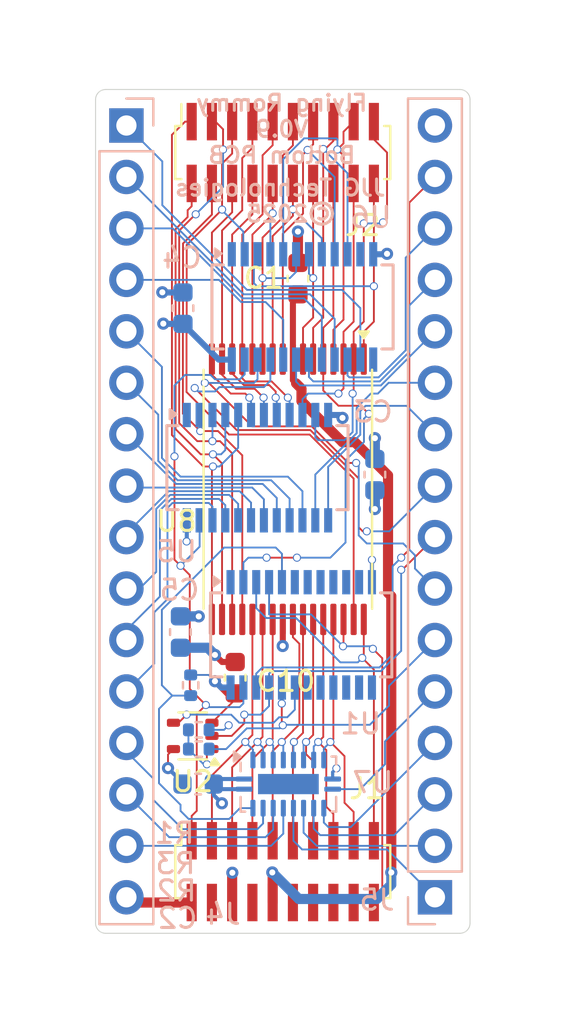
<source format=kicad_pcb>
(kicad_pcb (version 20240108) (generator "pcbnew") (generator_version "8.0")
  (layers (0 "F.Cu" signal) (1 "In1.Cu" signal) (2 "In2.Cu" signal) (31 "B.Cu" signal) (34 "B.Paste" user) (35 "F.Paste" user) (36 "B.SilkS" user "B.Silkscreen") (37 "F.SilkS" user "F.Silkscreen") (38 "B.Mask" user) (39 "F.Mask" user) (44 "Edge.Cuts" user))
  (net 0 "")
  (net 5 "/A2")
  (net 6 "/A0")
  (net 7 "/A5")
  (net 8 "/A9")
  (net 9 "/A11")
  (net 10 "/A8")
  (net 11 "/A7")
  (net 12 "/A3")
  (net 13 "/A13")
  (net 14 "/A4")
  (net 15 "/A6")
  (net 16 "/A10")
  (net 17 "/A1")
  (net 18 "/A12")
  (net 19 "/A18")
  (net 20 "/A14")
  (net 21 "/A16")
  (net 22 "/A15")
  (net 23 "/A17")
  (net 24 "/D5")
  (net 25 "/D7")
  (net 26 "/D3")
  (net 27 "/D1")
  (net 28 "/D0")
  (net 29 "/D6")
  (net 30 "/D4")
  (net 31 "/D2")
  (net 32 "/~{CE}")
  (net 33 "/~{FL_WE}")
  (net 34 "/~{OE}")
  (net 48 "/3v3-A10")
  (net 49 "/3v3-A5")
  (net 50 "/3v3-A3")
  (net 51 "/3v3-A14")
  (net 52 "/3v3-A8")
  (net 53 "/3v3-A18")
  (net 54 "/3v3-A12")
  (net 55 "/3v3-A16")
  (net 56 "/3v3-A17")
  (net 57 "/3v3-A0")
  (net 58 "/3v3-A4")
  (net 59 "/3v3-A11")
  (net 60 "/3v3-A15")
  (net 61 "/3v3-A7")
  (net 62 "/3v3-A9")
  (net 63 "/3v3-A6")
  (net 64 "/3v3-A13")
  (net 65 "/3v3-A1")
  (net 66 "/3v3-A2")
  (net 67 "/~{3v3-BusConnect}")
  (net 68 "/~{3v3-OE}")
  (net 69 "/3v3-D7")
  (net 70 "/3v3-D3")
  (net 71 "/3v3-D4")
  (net 72 "/3v3-D0")
  (net 73 "/~{3v3-FL_WE}")
  (net 74 "/3v3-D6")
  (net 75 "/3v3-D2")
  (net 76 "/~{3v3-CE}")
  (net 77 "/3v3-D1")
  (net 78 "/3v3-D5")
  (net 80 "/3v3")
  (net 81 "/5v")
  (net 82 "/GND")
  (net 88 "unconnected-(J1-Pin_4-Pad4)")
  (net 89 "Net-(R2-Pad1)")
  (net 90 "Net-(U1-A4)")
  (net 91 "Net-(U1-B4)")
  (footprint "JJGTechnologies_Footprint_Library:PinSocket_2x10_P1.00mm_Vertical_SMD" (layer "F.Cu") (at 152.25 120.4 90)
    (property "Reference" "J1")
    (property "Value" "Conn_01x20_Socket")
  )
  (footprint "JJGTechnologies_Footprint_Library:PinSocket_2x10_P1.00mm_Vertical_SMD" (layer "F.Cu") (at 152.25 84.9 90)
    (property "Reference" "J2")
    (property "Value" "Conn_01x20_Socket")
  )
  (footprint "Package_TO_SOT_SMD:SOT-353_SC-70-5" (layer "F.Cu") (at 147.8 113.7 180)
    (property "Reference" "U2")
    (property "Value" "74AHC1G32")
  )
  (footprint "Capacitor_SMD:C_0603_1608Metric" (layer "F.Cu") (at 153 91.125 90)
    (property "Reference" "C1")
    (property "Value" "100n")
  )
  (footprint "Capacitor_SMD:C_0603_1608Metric" (layer "F.Cu") (at 149.9 110.825 -90)
    (property "Reference" "C10")
    (property "Value" "100n")
  )
  (footprint "Package_SO:TSOP-I-32_11.8x8mm_P0.5mm" (layer "F.Cu") (at 152.5004 101.5226 -90)
    (property "Reference" "U8")
    (property "Value" "IS62WV5128EBLL-45HLI")
  )
  (footprint "Resistor_SMD:R_0402_1005Metric" (layer "B.Cu") (at 148.1 113.4)
    (property "Reference" "R3")
    (property "Value" "DNP")
  )
  (footprint "Package_SO:SSOP-24_3.9x8.7mm_P0.635mm" (layer "B.Cu") (at 153.2255 92.523 -90)
    (property "Reference" "U6")
    (property "Value" "74CBTD3861")
  )
  (footprint "Resistor_SMD:R_0402_1005Metric" (layer "B.Cu") (at 148.1 114.35)
    (property "Reference" "R2")
    (property "Value" "0ohm")
  )
  (footprint "Capacitor_SMD:C_0603_1608Metric" (layer "B.Cu") (at 148.069 116.078 180)
    (property "Reference" "C2")
    (property "Value" "100n")
  )
  (footprint "Package_SO:SSOP-24_3.9x8.7mm_P0.635mm" (layer "B.Cu") (at 151 100.457 -90)
    (property "Reference" "U5")
    (property "Value" "74CBTD3861")
  )
  (footprint "Connector_PinHeader_2.54mm:PinHeader_1x16_P2.54mm_Vertical" (layer "B.Cu") (at 159.766 121.666)
    (property "Reference" "J5")
    (property "Value" "Conn_01x16_Pin")
  )
  (footprint "Package_DFN_QFN:DHVQFN-20-1EP_2.5x4.5mm_P0.5mm_EP1x3mm" (layer "B.Cu") (at 152.527 116.078 -90)
    (property "Reference" "U7")
    (property "Value" "74VHCT245")
  )
  (footprint "Package_SO:SSOP-24_3.9x8.7mm_P0.635mm" (layer "B.Cu") (at 153.162 108.712 -90)
    (property "Reference" "U1")
    (property "Value" "74CBTD3861")
  )
  (footprint "Capacitor_SMD:C_0603_1608Metric" (layer "B.Cu") (at 147.193 108.572 -90)
    (property "Reference" "C5")
    (property "Value" "100n")
  )
  (footprint "Capacitor_SMD:C_0603_1608Metric" (layer "B.Cu") (at 156.8 100.8 90)
    (property "Reference" "C3")
    (property "Value" "100n")
  )
  (footprint "Resistor_SMD:R_0402_1005Metric" (layer "B.Cu") (at 147.7 111.2 90)
    (property "Reference" "R1")
    (property "Value" "10k")
  )
  (footprint "Capacitor_SMD:C_0603_1608Metric" (layer "B.Cu") (at 147.32 92.583 90)
    (property "Reference" "C4")
    (property "Value" "100n")
  )
  (footprint "Connector_PinHeader_2.54mm:PinHeader_1x16_P2.54mm_Vertical" (layer "B.Cu") (at 144.526 83.566 180)
    (property "Reference" "J4")
    (property "Value" "Conn_01x16_Pin")
  )
  (gr_line (start 161 123.444) (end 143.502 123.444) (stroke (width 0.05)) (layer "Edge.Cuts"))
  (gr_arc (start 161 81.788) (mid 161.353553 81.934447) (end 161.5 82.288) (stroke (width 0.05)) (layer "Edge.Cuts"))
  (gr_arc (start 143.002 82.288) (mid 143.148447 81.934447) (end 143.502 81.788) (stroke (width 0.05)) (layer "Edge.Cuts"))
  (gr_line (start 161.5 82.288) (end 161.5 122.944) (stroke (width 0.05)) (layer "Edge.Cuts"))
  (gr_arc (start 143.502 123.444) (mid 143.148447 123.297553) (end 143.002 122.944) (stroke (width 0.05)) (layer "Edge.Cuts"))
  (gr_arc (start 161.5 122.944) (mid 161.353553 123.297553) (end 161 123.444) (stroke (width 0.05)) (layer "Edge.Cuts"))
  (gr_line (start 143.502 81.788) (end 161 81.788) (stroke (width 0.05)) (layer "Edge.Cuts"))
  (gr_line (start 143.002 122.944) (end 143.002 82.288) (stroke (width 0.05)) (layer "Edge.Cuts"))
  (gr_text "Flying Rommy\nV0.9\nBottom PCB" (at 152.2 85.5 0) (layer "B.SilkS") (effects (font (size 0.8 0.8) (thickness 0.15) (bold yes)) (justify bottom mirror)))
  (gr_text "JJG Technologies \n    ©2025" (at 157.4 88.4 0) (layer "B.SilkS") (effects (font (size 0.8 0.8)) (justify left bottom mirror)))
  (segment (start 150.0475 102.2475) (end 149.6 101.8) (width 0.09) (layer "B.Cu") (net 5))
  (segment (start 149.6 101.8) (end 146.690884 101.8) (width 0.09) (layer "B.Cu") (net 5))
  (segment (start 146.690884 101.8) (end 146 102.490884) (width 0.09) (layer "B.Cu") (net 5))
  (segment (start 146 102.490884) (end 146 105.6) (width 0.09) (layer "B.Cu") (net 5))
  (segment (start 150.0475 103.057) (end 150.0475 102.2475) (width 0.09) (layer "B.Cu") (net 5))
  (segment (start 146 105.6) (end 145.174 106.426) (width 0.09) (layer "B.Cu") (net 5))
  (segment (start 145.174 106.426) (end 144.526 106.426) (width 0.09) (layer "B.Cu") (net 5))
  (segment (start 145.9 110.132) (end 144.526 111.506) (width 0.09) (layer "B.Cu") (net 6))
  (segment (start 146.554558 102.445442) (end 146.554558 106.945442) (width 0.09) (layer "B.Cu") (net 6))
  (segment (start 148.7775 102.3775) (end 148.6 102.2) (width 0.09) (layer "B.Cu") (net 6))
  (segment (start 148.7775 103.057) (end 148.7775 102.3775) (width 0.09) (layer "B.Cu") (net 6))
  (segment (start 146.554558 106.945442) (end 145.9 107.6) (width 0.09) (layer "B.Cu") (net 6))
  (segment (start 146.8 102.2) (end 146.554558 102.445442) (width 0.09) (layer "B.Cu") (net 6))
  (segment (start 145.9 107.6) (end 145.9 110.132) (width 0.09) (layer "B.Cu") (net 6))
  (segment (start 148.6 102.2) (end 146.8 102.2) (width 0.09) (layer "B.Cu") (net 6))
  (segment (start 151.26 101.26) (end 146.98 101.26) (width 0.09) (layer "B.Cu") (net 7))
  (segment (start 146.98 101.26) (end 144.526 98.806) (width 0.09) (layer "B.Cu") (net 7))
  (segment (start 151.9525 101.9525) (end 151.26 101.26) (width 0.09) (layer "B.Cu") (net 7))
  (segment (start 151.9525 103.057) (end 151.9525 101.9525) (width 0.09) (layer "B.Cu") (net 7))
  (segment (start 158.365 97.405) (end 159.766 98.806) (width 0.09) (layer "B.Cu") (net 8))
  (segment (start 156.336385 97.405) (end 158.365 97.405) (width 0.09) (layer "B.Cu") (net 8))
  (segment (start 154.4925 100.416616) (end 156.08 98.829116) (width 0.09) (layer "B.Cu") (net 8))
  (segment (start 156.08 98.829116) (end 156.08 97.661385) (width 0.09) (layer "B.Cu") (net 8))
  (segment (start 154.4925 103.057) (end 154.4925 100.416616) (width 0.09) (layer "B.Cu") (net 8))
  (segment (start 156.08 97.661385) (end 156.336385 97.405) (width 0.09) (layer "B.Cu") (net 8))
  (segment (start 156.2 103.6) (end 156.4 103.6) (width 0.09) (layer "F.Cu") (net 9))
  (segment (start 153.609116 98.6) (end 156 100.990884) (width 0.09) (layer "F.Cu") (net 9))
  (segment (start 147.9 96.525) (end 149.975 98.6) (width 0.09) (layer "F.Cu") (net 9))
  (segment (start 156 103.4) (end 156.2 103.6) (width 0.09) (layer "F.Cu") (net 9))
  (segment (start 156 100.990884) (end 156 103.4) (width 0.09) (layer "F.Cu") (net 9))
  (segment (start 149.975 98.6) (end 153.609116 98.6) (width 0.09) (layer "F.Cu") (net 9))
  (via (at 156.4 103.6) (size 0.4) (drill 0.3) (layers "F.Cu" "B.Cu") (net 9))
  (via (at 147.9 96.525) (size 0.4) (drill 0.3) (layers "F.Cu" "B.Cu") (net 9))
  (segment (start 148.07 96.695) (end 148.905 96.695) (width 0.09) (layer "B.Cu") (net 9))
  (segment (start 157.512 103.6) (end 159.766 101.346) (width 0.09) (layer "B.Cu") (net 9))
  (segment (start 148.905 96.695) (end 149.12 96.48) (width 0.09) (layer "B.Cu") (net 9))
  (segment (start 156.4 103.6) (end 157.512 103.6) (width 0.09) (layer "B.Cu") (net 9))
  (segment (start 147.9 96.525) (end 148.07 96.695) (width 0.09) (layer "B.Cu") (net 9))
  (segment (start 151.32 96.48) (end 151.638 96.162) (width 0.09) (layer "B.Cu") (net 9))
  (segment (start 151.638 96.162) (end 151.638 95.123) (width 0.09) (layer "B.Cu") (net 9))
  (segment (start 149.12 96.48) (end 151.32 96.48) (width 0.09) (layer "B.Cu") (net 9))
  (segment (start 153.8575 100.797058) (end 155.9 98.754558) (width 0.09) (layer "B.Cu") (net 10))
  (segment (start 155.9 97.5) (end 156.6 96.8) (width 0.09) (layer "B.Cu") (net 10))
  (segment (start 157.480558 96.266) (end 159.766 96.266) (width 0.09) (layer "B.Cu") (net 10))
  (segment (start 153.8575 103.057) (end 153.8575 100.797058) (width 0.09) (layer "B.Cu") (net 10))
  (segment (start 156.6 96.8) (end 156.946558 96.8) (width 0.09) (layer "B.Cu") (net 10))
  (segment (start 155.9 98.754558) (end 155.9 97.5) (width 0.09) (layer "B.Cu") (net 10))
  (segment (start 156.946558 96.8) (end 157.480558 96.266) (width 0.09) (layer "B.Cu") (net 10))
  (segment (start 146.28 99.98) (end 146.28 95.48) (width 0.09) (layer "B.Cu") (net 11))
  (segment (start 147.2 100.9) (end 146.28 99.98) (width 0.09) (layer "B.Cu") (net 11))
  (segment (start 153.2225 103.057) (end 153.2225 101.6225) (width 0.09) (layer "B.Cu") (net 11))
  (segment (start 152.5 100.9) (end 147.2 100.9) (width 0.09) (layer "B.Cu") (net 11))
  (segment (start 153.2225 101.6225) (end 152.5 100.9) (width 0.09) (layer "B.Cu") (net 11))
  (segment (start 146.28 95.48) (end 144.526 93.726) (width 0.09) (layer "B.Cu") (net 11))
  (segment (start 150.6825 102.1825) (end 150.120001 101.620001) (width 0.09) (layer "B.Cu") (net 12))
  (segment (start 149.674559 101.620001) (end 149.674558 101.62) (width 0.09) (layer "B.Cu") (net 12))
  (segment (start 144.526 103.886) (end 144.526 103.419442) (width 0.09) (layer "B.Cu") (net 12))
  (segment (start 150.6825 103.057) (end 150.6825 102.1825) (width 0.09) (layer "B.Cu") (net 12))
  (segment (start 144.526 103.710326) (end 144.526 103.886) (width 0.09) (layer "B.Cu") (net 12))
  (segment (start 149.674558 101.62) (end 147.679999 101.620001) (width 0.09) (layer "B.Cu") (net 12))
  (segment (start 147.679999 101.620001) (end 146.616325 101.620001) (width 0.09) (layer "B.Cu") (net 12))
  (segment (start 150.7 103.0395) (end 150.6825 103.057) (width 0.09) (layer "B.Cu") (net 12))
  (segment (start 146.616325 101.620001) (end 144.526 103.710326) (width 0.09) (layer "B.Cu") (net 12))
  (segment (start 150.120001 101.620001) (end 149.674559 101.620001) (width 0.09) (layer "B.Cu") (net 12))
  (segment (start 157.092 96.4) (end 153.1 96.4) (width 0.09) (layer "B.Cu") (net 13))
  (segment (start 152.908 96.208) (end 152.908 95.123) (width 0.09) (layer "B.Cu") (net 13))
  (segment (start 153.1 96.4) (end 152.908 96.208) (width 0.09) (layer "B.Cu") (net 13))
  (segment (start 159.766 93.726) (end 157.092 96.4) (width 0.09) (layer "B.Cu") (net 13))
  (segment (start 144.526 101.346) (end 144.832 101.04) (width 0.09) (layer "B.Cu") (net 14))
  (segment (start 151.3175 102.0175) (end 150.74 101.44) (width 0.09) (layer "B.Cu") (net 14))
  (segment (start 149.749116 101.44) (end 147.959999 101.440001) (width 0.09) (layer "B.Cu") (net 14))
  (segment (start 150.74 101.44) (end 149.749116 101.44) (width 0.09) (layer "B.Cu") (net 14))
  (segment (start 144.620001 101.440001) (end 144.526 101.346) (width 0.09) (layer "B.Cu") (net 14))
  (segment (start 147.959999 101.440001) (end 144.620001 101.440001) (width 0.09) (layer "B.Cu") (net 14))
  (segment (start 151.3175 103.057) (end 151.3175 102.0175) (width 0.09) (layer "B.Cu") (net 14))
  (segment (start 147.054558 101.08) (end 146.1 100.125442) (width 0.09) (layer "B.Cu") (net 15))
  (segment (start 146.1 97.84) (end 144.526 96.266) (width 0.09) (layer "B.Cu") (net 15))
  (segment (start 152.5875 101.9875) (end 151.680001 101.080001) (width 0.09) (layer "B.Cu") (net 15))
  (segment (start 151.680001 101.080001) (end 151.334558 101.08) (width 0.09) (layer "B.Cu") (net 15))
  (segment (start 152.5875 103.057) (end 152.5875 101.9875) (width 0.09) (layer "B.Cu") (net 15))
  (segment (start 151.334558 101.08) (end 147.054558 101.08) (width 0.09) (layer "B.Cu") (net 15))
  (segment (start 146.1 100.125442) (end 146.1 97.84) (width 0.09) (layer "B.Cu") (net 15))
  (segment (start 148.59826 96.275) (end 148.4 96.275) (width 0.09) (layer "F.Cu") (net 16))
  (segment (start 153.683674 98.42) (end 150.74326 98.42) (width 0.09) (layer "F.Cu") (net 16))
  (segment (start 155.488674 100.225) (end 153.683674 98.42) (width 0.09) (layer "F.Cu") (net 16))
  (segment (start 155.875 100.225) (end 155.488674 100.225) (width 0.09) (layer "F.Cu") (net 16))
  (segment (start 150.74326 98.42) (end 148.59826 96.275) (width 0.09) (layer "F.Cu") (net 16))
  (via (at 148.4 96.275) (size 0.4) (drill 0.3) (layers "F.Cu" "B.Cu") (net 16))
  (via (at 155.875 100.225) (size 0.4) (drill 0.3) (layers "F.Cu" "B.Cu") (net 16))
  (segment (start 158.781 104.781) (end 158.781 105.441) (width 0.09) (layer "B.Cu") (net 16))
  (segment (start 150.825 96.275) (end 151.003 96.097) (width 0.09) (layer "B.Cu") (net 16))
  (segment (start 158.2 104.2) (end 158.781 104.781) (width 0.09) (layer "B.Cu") (net 16))
  (segment (start 155.875 100.225) (end 156 100.35) (width 0.09) (layer "B.Cu") (net 16))
  (segment (start 156 100.35) (end 156 103.8) (width 0.09) (layer "B.Cu") (net 16))
  (segment (start 158.781 105.441) (end 159.766 106.426) (width 0.09) (layer "B.Cu") (net 16))
  (segment (start 156 103.8) (end 156.4 104.2) (width 0.09) (layer "B.Cu") (net 16))
  (segment (start 148.4 96.275) (end 150.825 96.275) (width 0.09) (layer "B.Cu") (net 16))
  (segment (start 156.4 104.2) (end 158.2 104.2) (width 0.09) (layer "B.Cu") (net 16))
  (segment (start 151.003 96.097) (end 151.003 95.123) (width 0.09) (layer "B.Cu") (net 16))
  (segment (start 144.526 108.474) (end 144.526 108.966) (width 0.09) (layer "B.Cu") (net 17))
  (segment (start 146.745442 102) (end 146.18 102.565442) (width 0.09) (layer "B.Cu") (net 17))
  (segment (start 149.1 102) (end 146.745442 102) (width 0.09) (layer "B.Cu") (net 17))
  (segment (start 149.4125 102.3125) (end 149.1 102) (width 0.09) (layer "B.Cu") (net 17))
  (segment (start 149.4125 103.057) (end 149.4125 102.3125) (width 0.09) (layer "B.Cu") (net 17))
  (segment (start 146.18 106.82) (end 144.526 108.474) (width 0.09) (layer "B.Cu") (net 17))
  (segment (start 146.18 102.565442) (end 146.18 106.82) (width 0.09) (layer "B.Cu") (net 17))
  (segment (start 144.526 108.374) (end 144.526 108.966) (width 0.09) (layer "B.Cu") (net 17))
  (segment (start 151.4 92.28) (end 152.273 93.153) (width 0.09) (layer "B.Cu") (net 18))
  (segment (start 144.526 91.186) (end 149.096884 91.186) (width 0.09) (layer "B.Cu") (net 18))
  (segment (start 152.273 93.153) (end 152.273 95.123) (width 0.09) (layer "B.Cu") (net 18))
  (segment (start 149.096884 91.186) (end 150.190884 92.28) (width 0.09) (layer "B.Cu") (net 18))
  (segment (start 150.190884 92.28) (end 151.4 92.28) (width 0.09) (layer "B.Cu") (net 18))
  (segment (start 155.18 91.68) (end 150.48 91.68) (width 0.09) (layer "B.Cu") (net 19))
  (segment (start 156.083 92.583) (end 155.18 91.68) (width 0.09) (layer "B.Cu") (net 19))
  (segment (start 146.3 87.5) (end 146.3 85.34) (width 0.09) (layer "B.Cu") (net 19))
  (segment (start 146.3 85.34) (end 144.526 83.566) (width 0.09) (layer "B.Cu") (net 19))
  (segment (start 150.48 91.68) (end 146.3 87.5) (width 0.09) (layer "B.Cu") (net 19))
  (segment (start 156.083 95.123) (end 156.083 92.583) (width 0.09) (layer "B.Cu") (net 19))
  (segment (start 158.5 92.452) (end 158.5 94.737442) (width 0.09) (layer "B.Cu") (net 20))
  (segment (start 153.76 96.2) (end 153.543 95.983) (width 0.09) (layer "B.Cu") (net 20))
  (segment (start 157.037442 96.2) (end 153.76 96.2) (width 0.09) (layer "B.Cu") (net 20))
  (segment (start 159.766 91.186) (end 158.5 92.452) (width 0.09) (layer "B.Cu") (net 20))
  (segment (start 153.543 95.983) (end 153.543 95.123) (width 0.09) (layer "B.Cu") (net 20))
  (segment (start 158.5 94.737442) (end 157.037442 96.2) (width 0.09) (layer "B.Cu") (net 20))
  (segment (start 150.32 91.9) (end 153.6 91.9) (width 0.09) (layer "B.Cu") (net 21))
  (segment (start 144.526 86.106) (end 150.32 91.9) (width 0.09) (layer "B.Cu") (net 21))
  (segment (start 153.6 91.9) (end 154.813 93.113) (width 0.09) (layer "B.Cu") (net 21))
  (segment (start 154.813 93.113) (end 154.813 95.123) (width 0.09) (layer "B.Cu") (net 21))
  (segment (start 150.265442 92.1) (end 153.3 92.1) (width 0.09) (layer "B.Cu") (net 22))
  (segment (start 144.526 88.646) (end 146.811442 88.646) (width 0.09) (layer "B.Cu") (net 22))
  (segment (start 146.811442 88.646) (end 150.265442 92.1) (width 0.09) (layer "B.Cu") (net 22))
  (segment (start 153.3 92.1) (end 154.178 92.978) (width 0.09) (layer "B.Cu") (net 22))
  (segment (start 154.178 92.978) (end 154.178 95.123) (width 0.09) (layer "B.Cu") (net 22))
  (segment (start 156.982884 96) (end 155.54 96) (width 0.09) (layer "B.Cu") (net 23))
  (segment (start 155.54 96) (end 155.448 95.908) (width 0.09) (layer "B.Cu") (net 23))
  (segment (start 155.448 95.908) (end 155.448 95.123) (width 0.09) (layer "B.Cu") (net 23))
  (segment (start 158.32 94.662884) (end 156.982884 96) (width 0.09) (layer "B.Cu") (net 23))
  (segment (start 158.32 90.092) (end 158.32 94.662884) (width 0.09) (layer "B.Cu") (net 23))
  (segment (start 159.766 88.646) (end 158.32 90.092) (width 0.09) (layer "B.Cu") (net 23))
  (segment (start 153.777 118.277) (end 153.777 117.2655) (width 0.09) (layer "B.Cu") (net 24))
  (segment (start 154.1 118.6) (end 153.777 118.277) (width 0.09) (layer "B.Cu") (net 24))
  (segment (start 157.752 118.6) (end 154.1 118.6) (width 0.09) (layer "B.Cu") (net 24))
  (segment (start 159.766 116.586) (end 157.752 118.6) (width 0.09) (layer "B.Cu") (net 24))
  (segment (start 157.3 113.972) (end 157.3 115.1) (width 0.09) (layer "B.Cu") (net 25))
  (segment (start 159.766 111.506) (end 157.3 113.972) (width 0.09) (layer "B.Cu") (net 25))
  (segment (start 156.072 116.328) (end 154.7145 116.328) (width 0.09) (layer "B.Cu") (net 25))
  (segment (start 157.3 115.1) (end 156.072 116.328) (width 0.09) (layer "B.Cu") (net 25))
  (segment (start 152.777 118.877) (end 152.777 117.2655) (width 0.09) (layer "B.Cu") (net 26))
  (segment (start 153.206 119.306) (end 152.777 118.877) (width 0.09) (layer "B.Cu") (net 26))
  (segment (start 157.406 119.306) (end 153.206 119.306) (width 0.09) (layer "B.Cu") (net 26))
  (segment (start 159.766 121.666) (end 157.406 119.306) (width 0.09) (layer "B.Cu") (net 26))
  (segment (start 146.64 118.7) (end 151.4 118.7) (width 0.09) (layer "B.Cu") (net 27))
  (segment (start 151.777 118.323) (end 151.777 117.2655) (width 0.09) (layer "B.Cu") (net 27))
  (segment (start 144.526 116.586) (end 146.64 118.7) (width 0.09) (layer "B.Cu") (net 27))
  (segment (start 151.4 118.7) (end 151.777 118.323) (width 0.09) (layer "B.Cu") (net 27))
  (segment (start 147.3 118.3) (end 151 118.3) (width 0.09) (layer "B.Cu") (net 28))
  (segment (start 144.526 114.046) (end 144.526 114.476) (width 0.09) (layer "B.Cu") (net 28))
  (segment (start 151.277 118.023) (end 151.277 117.2655) (width 0.09) (layer "B.Cu") (net 28))
  (segment (start 145.85 115.8) (end 145.85 116.85) (width 0.09) (layer "B.Cu") (net 28))
  (segment (start 145.85 116.85) (end 147.3 118.3) (width 0.09) (layer "B.Cu") (net 28))
  (segment (start 151 118.3) (end 151.277 118.023) (width 0.09) (layer "B.Cu") (net 28))
  (segment (start 144.526 114.476) (end 145.85 115.8) (width 0.09) (layer "B.Cu") (net 28))
  (segment (start 155.612 118.2) (end 154.5 118.2) (width 0.09) (layer "B.Cu") (net 29))
  (segment (start 154.277 117.977) (end 154.277 117.2655) (width 0.09) (layer "B.Cu") (net 29))
  (segment (start 159.766 114.046) (end 155.612 118.2) (width 0.09) (layer "B.Cu") (net 29))
  (segment (start 154.5 118.2) (end 154.277 117.977) (width 0.09) (layer "B.Cu") (net 29))
  (segment (start 153.277 118.477) (end 153.277 117.2655) (width 0.09) (layer "B.Cu") (net 30))
  (segment (start 159.766 119.126) (end 153.926 119.126) (width 0.09) (layer "B.Cu") (net 30))
  (segment (start 153.926 119.126) (end 153.277 118.477) (width 0.09) (layer "B.Cu") (net 30))
  (segment (start 144.526 119.126) (end 151.674 119.126) (width 0.09) (layer "B.Cu") (net 31))
  (segment (start 151.674 119.126) (end 152.277 118.523) (width 0.09) (layer "B.Cu") (net 31))
  (segment (start 152.277 118.523) (end 152.277 117.2655) (width 0.09) (layer "B.Cu") (net 31))
  (segment (start 152.25 113.175) (end 152.2 113.125) (width 0.09) (layer "F.Cu") (net 32))
  (segment (start 152.2 113.125) (end 152.2 112.1) (width 0.09) (layer "F.Cu") (net 32))
  (via (at 152.25 113.175) (size 0.4) (drill 0.3) (layers "F.Cu" "B.Cu") (net 32))
  (via (at 152.2 112.1) (size 0.4) (drill 0.3) (layers "F.Cu" "B.Cu") (net 32))
  (segment (start 152.2095 110.912) (end 152.2 110.9025) (width 0.09) (layer "B.Cu") (net 32))
  (segment (start 150.475 113.325) (end 152.1 113.325) (width 0.09) (layer "B.Cu") (net 32))
  (segment (start 152.1 113.325) (end 152.25 113.175) (width 0.09) (layer "B.Cu") (net 32))
  (segment (start 157.5 111.232) (end 157.5 112.2) (width 0.09) (layer "B.Cu") (net 32))
  (segment (start 157.5 112.2) (end 156.55 113.15) (width 0.09) (layer "B.Cu") (net 32))
  (segment (start 152.2 112.1) (end 152.2 111.3215) (width 0.09) (layer "B.Cu") (net 32))
  (segment (start 152.275 113.15) (end 152.25 113.175) (width 0.09) (layer "B.Cu") (net 32))
  (segment (start 156.55 113.15) (end 152.275 113.15) (width 0.09) (layer "B.Cu") (net 32))
  (segment (start 152.2095 111.312) (end 152.2095 110.912) (width 0.09) (layer "B.Cu") (net 32))
  (segment (start 148.61 114.35) (end 149.45 114.35) (width 0.09) (layer "B.Cu") (net 32))
  (segment (start 149.45 114.35) (end 150.475 113.325) (width 0.09) (layer "B.Cu") (net 32))
  (segment (start 152.2 111.3215) (end 152.2095 111.312) (width 0.09) (layer "B.Cu") (net 32))
  (segment (start 159.766 108.966) (end 157.5 111.232) (width 0.09) (layer "B.Cu") (net 32))
  (segment (start 158.5 87.372) (end 159.766 86.106) (width 0.09) (layer "F.Cu") (net 33))
  (segment (start 158.5 104.5) (end 158.5 87.372) (width 0.09) (layer "F.Cu") (net 33))
  (segment (start 158.1 104.9) (end 158.5 104.5) (width 0.09) (layer "F.Cu") (net 33))
  (via (at 158.1 104.9) (size 0.4) (drill 0.3) (layers "F.Cu" "B.Cu") (net 33))
  (segment (start 157.675 105.325) (end 158.1 104.9) (width 0.09) (layer "B.Cu") (net 33))
  (segment (start 156.720001 110.320001) (end 157.025441 110.320001) (width 0.09) (layer "B.Cu") (net 33))
  (segment (start 151.625442 110.32) (end 156.720001 110.320001) (width 0.09) (layer "B.Cu") (net 33))
  (segment (start 157.675 109.670442) (end 157.675 105.325) (width 0.09) (layer "B.Cu") (net 33))
  (segment (start 151.241499 110.320001) (end 151.625441 110.320001) (width 0.09) (layer "B.Cu") (net 33))
  (segment (start 151.625441 110.320001) (end 151.625442 110.32) (width 0.09) (layer "B.Cu") (net 33))
  (segment (start 157.025441 110.320001) (end 157.675 109.670442) (width 0.09) (layer "B.Cu") (net 33))
  (segment (start 150.9395 111.312) (end 150.9395 110.622) (width 0.09) (layer "B.Cu") (net 33))
  (segment (start 150.9395 110.622) (end 151.241499 110.320001) (width 0.09) (layer "B.Cu") (net 33))
  (segment (start 148.75 113.7) (end 149.725 113.7) (width 0.09) (layer "F.Cu") (net 34))
  (segment (start 150.35 113.075) (end 150.35 112.65) (width 0.09) (layer "F.Cu") (net 34))
  (segment (start 159.766 103.886) (end 158.152 105.5) (width 0.09) (layer "F.Cu") (net 34))
  (segment (start 158.152 105.5) (end 158.1 105.5) (width 0.09) (layer "F.Cu") (net 34))
  (segment (start 149.725 113.7) (end 150.35 113.075) (width 0.09) (layer "F.Cu") (net 34))
  (via (at 158.1 105.5) (size 0.4) (drill 0.3) (layers "F.Cu" "B.Cu") (net 34))
  (via (at 150.35 112.65) (size 0.4) (drill 0.3) (layers "F.Cu" "B.Cu") (net 34))
  (segment (start 151.7 110.5) (end 157.1 110.5) (width 0.09) (layer "B.Cu") (net 34))
  (segment (start 151.15 112.65) (end 151.5745 112.2255) (width 0.09) (layer "B.Cu") (net 34))
  (segment (start 150.35 112.65) (end 151.15 112.65) (width 0.09) (layer "B.Cu") (net 34))
  (segment (start 158.1 109.5) (end 158.1 105.5) (width 0.09) (layer "B.Cu") (net 34))
  (segment (start 151.5745 111.312) (end 151.5745 110.6255) (width 0.09) (layer "B.Cu") (net 34))
  (segment (start 157.1 110.5) (end 158.1 109.5) (width 0.09) (layer "B.Cu") (net 34))
  (segment (start 151.5745 112.2255) (end 151.5745 111.312) (width 0.09) (layer "B.Cu") (net 34))
  (segment (start 151.5745 110.6255) (end 151.7 110.5) (width 0.09) (layer "B.Cu") (net 34))
  (segment (start 147.495 96.72) (end 147.495 93.833471) (width 0.09) (layer "F.Cu") (net 48))
  (segment (start 149.75 83.375) (end 149.75 84.95) (width 0.09) (layer "F.Cu") (net 48))
  (segment (start 153.577279 98.822721) (end 149.597721 98.822721) (width 0.09) (layer "F.Cu") (net 48))
  (segment (start 155.7504 107.9476) (end 155.7504 100.995842) (width 0.09) (layer "F.Cu") (net 48))
  (segment (start 147.495 93.833471) (end 147.503193 93.825278) (width 0.09) (layer "F.Cu") (net 48))
  (segment (start 149.597721 98.822721) (end 147.495 96.72) (width 0.09) (layer "F.Cu") (net 48))
  (segment (start 147.503193 89.463842) (end 149.251662 87.715373) (width 0.09) (layer "F.Cu") (net 48))
  (segment (start 149.75 84.95) (end 149.251662 85.448338) (width 0.09) (layer "F.Cu") (net 48))
  (segment (start 155.7504 100.995842) (end 153.577279 98.822721) (width 0.09) (layer "F.Cu") (net 48))
  (segment (start 147.503193 93.825278) (end 147.503193 89.463842) (width 0.09) (layer "F.Cu") (net 48))
  (segment (start 149.251662 85.448338) (end 149.251662 87.715373) (width 0.09) (layer "F.Cu") (net 48))
  (via (at 149.251662 87.715373) (size 0.4) (drill 0.3) (layers "F.Cu" "B.Cu") (net 48))
  (segment (start 150.368 89.523) (end 150.3 89.455) (width 0.09) (layer "B.Cu") (net 48))
  (segment (start 150.3 88.8) (end 149.251662 87.751662) (width 0.09) (layer "B.Cu") (net 48))
  (segment (start 150.368 89.923) (end 150.368 89.523) (width 0.09) (layer "B.Cu") (net 48))
  (segment (start 149.251662 87.751662) (end 149.251662 87.715373) (width 0.09) (layer "B.Cu") (net 48))
  (segment (start 150.3 89.455) (end 150.3 88.8) (width 0.09) (layer "B.Cu") (net 48))
  (segment (start 149.937801 96.56) (end 150.86 96.56) (width 0.09) (layer "F.Cu") (net 49))
  (segment (start 150.247578 85.172944) (end 150.75 84.670522) (width 0.09) (layer "F.Cu") (net 49))
  (segment (start 149.937801 96.56) (end 149.2504 95.872599) (width 0.09) (layer "F.Cu") (net 49))
  (segment (start 149.2504 88.7496) (end 150.247578 87.752422) (width 0.09) (layer "F.Cu") (net 49))
  (segment (start 150.247578 87.752422) (end 150.247578 85.172944) (width 0.09) (layer "F.Cu") (net 49))
  (segment (start 149.2504 95.872599) (end 149.2504 95.0976) (width 0.09) (layer "F.Cu") (net 49))
  (segment (start 149.2504 95.0976) (end 149.2504 88.7496) (width 0.09) (layer "F.Cu") (net 49))
  (segment (start 150.75 84.670522) (end 150.75 83.25) (width 0.09) (layer "F.Cu") (net 49))
  (segment (start 150.86 96.56) (end 151.3 97) (width 0.09) (layer "F.Cu") (net 49))
  (via (at 151.3 97) (size 0.4) (drill 0.3) (layers "F.Cu" "B.Cu") (net 49))
  (segment (start 151.3175 97.0175) (end 151.3 97) (width 0.09) (layer "B.Cu") (net 49))
  (segment (start 151.3175 97.857) (end 151.3175 97.0175) (width 0.09) (layer "B.Cu") (net 49))
  (segment (start 148.7504 100.4496) (end 148.7504 107.9476) (width 0.09) (layer "F.Cu") (net 50))
  (segment (start 146.775 84.025) (end 147.425 83.375) (width 0.09) (layer "F.Cu") (net 50))
  (segment (start 146.783193 93.16668) (end 146.775 93.158487) (width 0.09) (layer "F.Cu") (net 50))
  (segment (start 146.775 93.535239) (end 146.783193 93.527046) (width 0.09) (layer "F.Cu") (net 50))
  (segment (start 146.775 93.158487) (end 146.775 84.025) (width 0.09) (layer "F.Cu") (net 50))
  (segment (start 148.8 100.4) (end 148.7504 100.4496) (width 0.09) (layer "F.Cu") (net 50))
  (segment (start 148.8 100.4) (end 148.325 100.4) (width 0.09) (layer "F.Cu") (net 50))
  (segment (start 147.425 83.375) (end 147.75 83.375) (width 0.09) (layer "F.Cu") (net 50))
  (segment (start 148.325 100.4) (end 146.775 98.85) (width 0.09) (layer "F.Cu") (net 50))
  (segment (start 146.783193 93.527046) (end 146.783193 93.16668) (width 0.09) (layer "F.Cu") (net 50))
  (segment (start 146.775 98.85) (end 146.775 93.535239) (width 0.09) (layer "F.Cu") (net 50))
  (via (at 148.8 100.4) (size 0.4) (drill 0.3) (layers "F.Cu" "B.Cu") (net 50))
  (segment (start 148.8 100.4) (end 149.12326 100.4) (width 0.09) (layer "B.Cu") (net 50))
  (segment (start 150.0475 99.47576) (end 150.0475 97.857) (width 0.09) (layer "B.Cu") (net 50))
  (segment (start 149.12326 100.4) (end 150.0475 99.47576) (width 0.09) (layer "B.Cu") (net 50))
  (segment (start 152.75 84.548918) (end 152.75 83.25) (width 0.09) (layer "F.Cu") (net 51))
  (segment (start 152.251817 88.098183) (end 152.251817 85.047101) (width 0.09) (layer "F.Cu") (net 51))
  (segment (start 152.251817 85.047101) (end 152.75 84.548918) (width 0.09) (layer "F.Cu") (net 51))
  (segment (start 151.2504 91.1) (end 151.2504 89.0996) (width 0.09) (layer "F.Cu") (net 51))
  (segment (start 151.2504 95.0976) (end 151.2504 91.1) (width 0.09) (layer "F.Cu") (net 51))
  (segment (start 151.2504 89.0996) (end 152.251817 88.098183) (width 0.09) (layer "F.Cu") (net 51))
  (via (at 151.2504 91.1) (size 0.4) (drill 0.3) (layers "F.Cu" "B.Cu") (net 51))
  (segment (start 151.2504 91.1) (end 152.6 91.1) (width 0.09) (layer "B.Cu") (net 51))
  (segment (start 152.908 90.792) (end 152.908 89.923) (width 0.09) (layer "B.Cu") (net 51))
  (segment (start 152.6 91.1) (end 152.908 90.792) (width 0.09) (layer "B.Cu") (net 51))
  (segment (start 155.2504 93.7496) (end 155.2504 95.0976) (width 0.09) (layer "F.Cu") (net 52))
  (segment (start 155.75 93.25) (end 155.2504 93.7496) (width 0.09) (layer "F.Cu") (net 52))
  (segment (start 155.75 86.55) (end 155.75 93.25) (width 0.09) (layer "F.Cu") (net 52))
  (segment (start 155 96.8) (end 155.2504 96.5496) (width 0.09) (layer "F.Cu") (net 52))
  (segment (start 155.2504 96.5496) (end 155.2504 95.0976) (width 0.09) (layer "F.Cu") (net 52))
  (via (at 155 96.8) (size 0.4) (drill 0.3) (layers "F.Cu" "B.Cu") (net 52))
  (segment (start 155 96.8) (end 153.5 96.8) (width 0.09) (layer "B.Cu") (net 52))
  (segment (start 153.5 96.8) (end 153.2225 97.0775) (width 0.09) (layer "B.Cu") (net 52))
  (segment (start 153.2225 97.0775) (end 153.2225 97.857) (width 0.09) (layer "B.Cu") (net 52))
  (segment (start 154.35 84.725) (end 154.75 84.325) (width 0.09) (layer "F.Cu") (net 53))
  (segment (start 154.75 84.225) (end 154.75 83.25) (width 0.09) (layer "F.Cu") (net 53))
  (segment (start 154.248445 93.051555) (end 153.7504 93.5496) (width 0.09) (layer "F.Cu") (net 53))
  (segment (start 153.7504 93.5496) (end 153.7504 95.0976) (width 0.09) (layer "F.Cu") (net 53))
  (segment (start 154.248445 84.726555) (end 154.248445 93.051555) (width 0.09) (layer "F.Cu") (net 53))
  (segment (start 154.75 84.325) (end 154.75 83.375) (width 0.09) (layer "F.Cu") (net 53))
  (segment (start 154.25 84.725) (end 154.248445 84.726555) (width 0.09) (layer "F.Cu") (net 53))
  (segment (start 154.25 84.725) (end 154.35 84.725) (width 0.09) (layer "F.Cu") (net 53))
  (via (at 154.25 84.725) (size 0.4) (drill 0.3) (layers "F.Cu" "B.Cu") (net 53))
  (segment (start 154.25 84.725) (end 155.448 85.923) (width 0.09) (layer "B.Cu") (net 53))
  (segment (start 155.448 85.923) (end 155.448 89.923) (width 0.09) (layer "B.Cu") (net 53))
  (segment (start 150.7504 89) (end 150.7504 88.9496) (width 0.09) (layer "F.Cu") (net 54))
  (segment (start 150.7504 88.9496) (end 151.75 87.95) (width 0.09) (layer "F.Cu") (net 54))
  (segment (start 150.7504 95.0976) (end 150.7504 89) (width 0.09) (layer "F.Cu") (net 54))
  (segment (start 151.75 87.95) (end 151.75 86.55) (width 0.09) (layer "F.Cu") (net 54))
  (via (at 151.75 87.9) (size 0.4) (drill 0.3) (layers "F.Cu" "B.Cu") (net 54))
  (segment (start 151.638 89.923) (end 151.638 88.012) (width 0.09) (layer "B.Cu") (net 54))
  (segment (start 151.638 88.012) (end 151.75 87.9) (width 0.09) (layer "B.Cu") (net 54))
  (segment (start 151.7504 95.0976) (end 151.7504 89.0246) (width 0.09) (layer "F.Cu") (net 55))
  (segment (start 151.7504 89.0246) (end 152.75 88.025) (width 0.09) (layer "F.Cu") (net 55))
  (segment (start 152.75 87.704558) (end 152.75 86.55) (width 0.09) (layer "F.Cu") (net 55))
  (segment (start 152.75 88.025) (end 152.75 87.704558) (width 0.09) (layer "F.Cu") (net 55))
  (via (at 152.75 87.704558) (size 0.4) (drill 0.3) (layers "F.Cu" "B.Cu") (net 55))
  (segment (start 154.178 89.923) (end 154.178 89.132558) (width 0.09) (layer "B.Cu") (net 55))
  (segment (start 154.178 89.132558) (end 152.75 87.704558) (width 0.09) (layer "B.Cu") (net 55))
  (segment (start 152.2504 95.0976) (end 152.2504 88.9121) (width 0.09) (layer "F.Cu") (net 56))
  (segment (start 153.249947 84.993435) (end 153.471691 84.771691) (width 0.09) (layer "F.Cu") (net 56))
  (segment (start 153.471691 84.771691) (end 153.75 84.493382) (width 0.09) (layer "F.Cu") (net 56))
  (segment (start 152.2504 88.9121) (end 153.249947 87.912553) (width 0.09) (layer "F.Cu") (net 56))
  (segment (start 153.75 84.493382) (end 153.75 83.25) (width 0.09) (layer "F.Cu") (net 56))
  (segment (start 153.249947 87.912553) (end 153.249947 84.993435) (width 0.09) (layer "F.Cu") (net 56))
  (via (at 153.471691 84.771691) (size 0.4) (drill 0.3) (layers "F.Cu" "B.Cu") (net 56))
  (segment (start 154.813 86.113) (end 153.471691 84.771691) (width 0.09) (layer "B.Cu") (net 56))
  (segment (start 154.813 89.923) (end 154.813 86.113) (width 0.09) (layer "B.Cu") (net 56))
  (segment (start 148.75 87.962477) (end 148.75 86.425) (width 0.09) (layer "F.Cu") (net 57))
  (segment (start 149.05 98.65) (end 150.2504 99.8504) (width 0.09) (layer "F.Cu") (net 57))
  (segment (start 147.315 97.79) (end 147.315 93.758913) (width 0.09) (layer "F.Cu") (net 57))
  (segment (start 148.175 98.65) (end 149.05 98.65) (width 0.09) (layer "F.Cu") (net 57))
  (segment (start 147.315 93.758913) (end 147.323193 93.75072) (width 0.09) (layer "F.Cu") (net 57))
  (segment (start 147.323193 89.389284) (end 148.75 87.962477) (width 0.09) (layer "F.Cu") (net 57))
  (segment (start 148.175 98.65) (end 147.315 97.79) (width 0.09) (layer "F.Cu") (net 57))
  (segment (start 150.2504 99.8504) (end 150.2504 107.9476) (width 0.09) (layer "F.Cu") (net 57))
  (segment (start 147.323193 93.75072) (end 147.323193 89.389284) (width 0.09) (layer "F.Cu") (net 57))
  (via (at 148.175 98.65) (size 0.4) (drill 0.3) (layers "F.Cu" "B.Cu") (net 57))
  (segment (start 148.1425 98.6175) (end 148.1425 97.857) (width 0.09) (layer "B.Cu") (net 57))
  (segment (start 148.175 98.65) (end 148.1425 98.6175) (width 0.09) (layer "B.Cu") (net 57))
  (segment (start 149.75 87.85) (end 149.75 86.55) (width 0.09) (layer "F.Cu") (net 58))
  (segment (start 150.4 96.8) (end 149.677801 96.8) (width 0.09) (layer "F.Cu") (net 58))
  (segment (start 149.677801 96.8) (end 148.7504 95.872599) (width 0.09) (layer "F.Cu") (net 58))
  (segment (start 148.7504 95.0976) (end 148.7504 88.8496) (width 0.09) (layer "F.Cu") (net 58))
  (segment (start 148.7504 95.872599) (end 148.7504 95.0976) (width 0.09) (layer "F.Cu") (net 58))
  (segment (start 150.6 97) (end 150.4 96.8) (width 0.09) (layer "F.Cu") (net 58))
  (segment (start 148.7504 88.8496) (end 149.75 87.85) (width 0.09) (layer "F.Cu") (net 58))
  (via (at 150.6 97) (size 0.4) (drill 0.3) (layers "F.Cu" "B.Cu") (net 58))
  (segment (start 150.6825 97.857) (end 150.6825 97.0825) (width 0.09) (layer "B.Cu") (net 58))
  (segment (start 150.6825 97.0825) (end 150.6 97) (width 0.09) (layer "B.Cu") (net 58))
  (segment (start 156.2504 93.7496) (end 156.75 93.25) (width 0.09) (layer "F.Cu") (net 59))
  (segment (start 156.75 91.5) (end 156.75 86.55) (width 0.09) (layer "F.Cu") (net 59))
  (segment (start 156.2504 95.0976) (end 156.2504 93.7496) (width 0.09) (layer "F.Cu") (net 59))
  (segment (start 156.75 93.25) (end 156.75 91.5) (width 0.09) (layer "F.Cu") (net 59))
  (via (at 156.75 91.5) (size 0.4) (drill 0.3) (layers "F.Cu" "B.Cu") (net 59))
  (segment (start 150.975 91.5) (end 156.75 91.5) (width 0.09) (layer "B.Cu") (net 59))
  (segment (start 151.003 89.923) (end 150.8804 90.0456) (width 0.09) (layer "B.Cu") (net 59))
  (segment (start 151.003 90.447) (end 150.825 90.625) (width 0.09) (layer "B.Cu") (net 59))
  (segment (start 151.003 89.923) (end 151.003 90.447) (width 0.09) (layer "B.Cu") (net 59))
  (segment (start 150.825 90.625) (end 150.825 91.35) (width 0.09) (layer "B.Cu") (net 59))
  (segment (start 150.825 91.35) (end 150.975 91.5) (width 0.09) (layer "B.Cu") (net 59))
  (segment (start 153.75 91.1) (end 153.75 93.05) (width 0.09) (layer "F.Cu") (net 60))
  (segment (start 153.75 86.55) (end 153.75 91.1) (width 0.09) (layer "F.Cu") (net 60))
  (segment (start 153.75 93.05) (end 153.2504 93.5496) (width 0.09) (layer "F.Cu") (net 60))
  (segment (start 153.2504 93.5496) (end 153.2504 95.0976) (width 0.09) (layer "F.Cu") (net 60))
  (via (at 153.75 91.1) (size 0.4) (drill 0.3) (layers "F.Cu" "B.Cu") (net 60))
  (segment (start 153.543 90.893) (end 153.75 91.1) (width 0.09) (layer "B.Cu") (net 60))
  (segment (start 153.543 89.923) (end 153.543 90.893) (width 0.09) (layer "B.Cu") (net 60))
  (segment (start 151.7 96.2) (end 150.4 96.2) (width 0.09) (layer "F.Cu") (net 61))
  (segment (start 151.75 84.539022) (end 151.75 83.25) (width 0.09) (layer "F.Cu") (net 61))
  (segment (start 151.251261 85.037761) (end 151.75 84.539022) (width 0.09) (layer "F.Cu") (net 61))
  (segment (start 152.5 97) (end 151.7 96.2) (width 0.09) (layer "F.Cu") (net 61))
  (segment (start 150.2504 95.0976) (end 150.2504 96.0504) (width 0.09) (layer "F.Cu") (net 61))
  (segment (start 150.2504 95.0976) (end 150.2504 88.9496) (width 0.09) (layer "F.Cu") (net 61))
  (segment (start 150.2504 88.9496) (end 151.251261 87.948739) (width 0.09) (layer "F.Cu") (net 61))
  (segment (start 150.2504 96.0504) (end 150.4 96.2) (width 0.09) (layer "F.Cu") (net 61))
  (segment (start 151.251261 87.948739) (end 151.251261 85.037761) (width 0.09) (layer "F.Cu") (net 61))
  (via (at 152.5 97) (size 0.4) (drill 0.3) (layers "F.Cu" "B.Cu") (net 61))
  (segment (start 152.5875 97.857) (end 152.5875 97.0875) (width 0.09) (layer "B.Cu") (net 61))
  (segment (start 152.5875 97.0875) (end 152.5 97) (width 0.09) (layer "B.Cu") (net 61))
  (segment (start 156.252967 93.247033) (end 156.25 93.244066) (width 0.09) (layer "F.Cu") (net 62))
  (segment (start 156.25 93.244066) (end 156.25 88.4) (width 0.09) (layer "F.Cu") (net 62))
  (segment (start 155.7 96.8) (end 155.7504 96.7496) (width 0.09) (layer "F.Cu") (net 62))
  (segment (start 157.4 88.15) (end 157.4 84.9) (width 0.09) (layer "F.Cu") (net 62))
  (segment (start 156.252967 93.247033) (end 155.7504 93.7496) (width 0.09) (layer "F.Cu") (net 62))
  (segment (start 155.7504 96.7496) (end 155.7504 95.0976) (width 0.09) (layer "F.Cu") (net 62))
  (segment (start 157.4 84.9) (end 156.75 84.25) (width 0.09) (layer "F.Cu") (net 62))
  (segment (start 155.7504 93.7496) (end 155.7504 95.0976) (width 0.09) (layer "F.Cu") (net 62))
  (segment (start 157.2 88.35) (end 157.4 88.15) (width 0.09) (layer "F.Cu") (net 62))
  (segment (start 156.75 84.25) (end 156.75 83.375) (width 0.09) (layer "F.Cu") (net 62))
  (via (at 156.25 88.4) (size 0.4) (drill 0.3) (layers "F.Cu" "B.Cu") (net 62))
  (via (at 155.7 96.8) (size 0.4) (drill 0.3) (layers "F.Cu" "B.Cu") (net 62))
  (via (at 157.2 88.35) (size 0.4) (drill 0.3) (layers "F.Cu" "B.Cu") (net 62))
  (segment (start 155.7 96.8) (end 155.7 98.7) (width 0.09) (layer "B.Cu") (net 62))
  (segment (start 155.7 98.7) (end 155.3 99.1) (width 0.09) (layer "B.Cu") (net 62))
  (segment (start 156.25 88.4) (end 157.15 88.4) (width 0.09) (layer "B.Cu") (net 62))
  (segment (start 155.3 99.1) (end 154 99.1) (width 0.09) (layer "B.Cu") (net 62))
  (segment (start 154 99.1) (end 153.8575 98.9575) (width 0.09) (layer "B.Cu") (net 62))
  (segment (start 157.15 88.4) (end 157.2 88.35) (width 0.09) (layer "B.Cu") (net 62))
  (segment (start 153.8575 98.9575) (end 153.8575 97.857) (width 0.09) (layer "B.Cu") (net 62))
  (segment (start 151.9 96.7) (end 151.58 96.38) (width 0.09) (layer "F.Cu") (net 63))
  (segment (start 149.7504 95.804958) (end 149.7504 95.0976) (width 0.09) (layer "F.Cu") (net 63))
  (segment (start 150.75 87.95) (end 150.75 86.55) (width 0.09) (layer "F.Cu") (net 63))
  (segment (start 151.58 96.38) (end 150.325442 96.38) (width 0.09) (layer "F.Cu") (net 63))
  (segment (start 151.9 97) (end 151.9 96.7) (width 0.09) (layer "F.Cu") (net 63))
  (segment (start 149.7504 95.0976) (end 149.7504 88.9496) (width 0.09) (layer "F.Cu") (net 63))
  (segment (start 149.7504 88.9496) (end 150.75 87.95) (width 0.09) (layer "F.Cu") (net 63))
  (segment (start 150.325442 96.38) (end 149.7504 95.804958) (width 0.09) (layer "F.Cu") (net 63))
  (via (at 151.9 97) (size 0.4) (drill 0.3) (layers "F.Cu" "B.Cu") (net 63))
  (segment (start 151.9525 97.857) (end 151.9525 97.0525) (width 0.09) (layer "B.Cu") (net 63))
  (segment (start 151.9525 97.0525) (end 151.9 97) (width 0.09) (layer "B.Cu") (net 63))
  (segment (start 155.250379 93.149621) (end 154.7504 93.6496) (width 0.09) (layer "F.Cu") (net 64))
  (segment (start 154.95 84.75) (end 155.25 84.45) (width 0.09) (layer "F.Cu") (net 64))
  (segment (start 155.250379 85.050379) (end 155.250379 93.149621) (width 0.09) (layer "F.Cu") (net 64))
  (segment (start 154.95 84.75) (end 155.250379 85.050379) (width 0.09) (layer "F.Cu") (net 64))
  (segment (start 155.25 84.45) (end 155.25 83.875) (width 0.09) (layer "F.Cu") (net 64))
  (segment (start 155.25 83.875) (end 155.75 83.375) (width 0.09) (layer "F.Cu") (net 64))
  (segment (start 154.7504 93.6496) (end 154.7504 95.0976) (width 0.09) (layer "F.Cu") (net 64))
  (via (at 154.95 84.75) (size 0.4) (drill 0.3) (layers "F.Cu" "B.Cu") (net 64))
  (segment (start 152.273 85.227) (end 152.273 89.923) (width 0.09) (layer "B.Cu") (net 64))
  (segment (start 154.95 84.75) (end 154.95 84.25) (width 0.09) (layer "B.Cu") (net 64))
  (segment (start 153.3 84.2) (end 152.273 85.227) (width 0.09) (layer "B.Cu") (net 64))
  (segment (start 154.9 84.2) (end 153.3 84.2) (width 0.09) (layer "B.Cu") (net 64))
  (segment (start 154.95 84.25) (end 154.9 84.2) (width 0.09) (layer "B.Cu") (net 64))
  (segment (start 149.3 84.75) (end 149.3 83.75) (width 0.09) (layer "F.Cu") (net 65))
  (segment (start 147.135 93.684355) (end 147.143193 93.676162) (width 0.09) (layer "F.Cu") (net 65))
  (segment (start 149.15 99.15) (end 149.7504 99.7504) (width 0.09) (layer "F.Cu") (net 65))
  (segment (start 147.143193 93.676162) (end 147.143193 93.017564) (width 0.09) (layer "F.Cu") (net 65))
  (segment (start 149.3 83.75) (end 148.925 83.375) (width 0.09) (layer "F.Cu") (net 65))
  (segment (start 147.135 88.754501) (end 147.939501 87.95) (width 0.09) (layer "F.Cu") (net 65))
  (segment (start 149.7504 99.7504) (end 149.7504 107.9476) (width 0.09) (layer "F.Cu") (net 65))
  (segment (start 148.775 99.15) (end 149.15 99.15) (width 0.09) (layer "F.Cu") (net 65))
  (segment (start 147.135 98.25826) (end 147.135 93.684355) (width 0.09) (layer "F.Cu") (net 65))
  (segment (start 148.775 99.15) (end 148.02674 99.15) (width 0.09) (layer "F.Cu") (net 65))
  (segment (start 147.143193 93.017564) (end 147.135 93.009371) (width 0.09) (layer "F.Cu") (net 65))
  (segment (start 148.925 83.375) (end 148.75 83.375) (width 0.09) (layer "F.Cu") (net 65))
  (segment (start 147.135 93.009371) (end 147.135 88.754501) (width 0.09) (layer "F.Cu") (net 65))
  (segment (start 148.02674 99.15) (end 147.135 98.25826) (width 0.09) (layer "F.Cu") (net 65))
  (segment (start 147.939501 87.95) (end 147.95 87.95) (width 0.09) (layer "F.Cu") (net 65))
  (via (at 147.95 87.95) (size 0.4) (drill 0.3) (layers "F.Cu" "B.Cu") (net 65))
  (via (at 149.3 84.75) (size 0.4) (drill 0.3) (layers "F.Cu" "B.Cu") (net 65))
  (via (at 148.775 99.15) (size 0.4) (drill 0.3) (layers "F.Cu" "B.Cu") (net 65))
  (segment (start 148.775 99.15) (end 148.7775 99.1475) (width 0.09) (layer "B.Cu") (net 65))
  (segment (start 147.95 87.95) (end 149.3 86.6) (width 0.09) (layer "B.Cu") (net 65))
  (segment (start 148.7775 99.1475) (end 148.7775 97.857) (width 0.09) (layer "B.Cu") (net 65))
  (segment (start 149.3 86.6) (end 149.3 84.75) (width 0.09) (layer "B.Cu") (net 65))
  (segment (start 149.2504 107.9476) (end 149.2504 100.2504) (width 0.09) (layer "F.Cu") (net 66))
  (segment (start 147.550001 87.749999) (end 147.55 88.084943) (width 0.09) (layer "F.Cu") (net 66))
  (segment (start 149.2504 100.2504) (end 148.8 99.8) (width 0.09) (layer "F.Cu") (net 66))
  (segment (start 146.955 93.083929) (end 146.963193 93.092122) (width 0.09) (layer "F.Cu") (net 66))
  (segment (start 147.75 87.55) (end 147.550001 87.749999) (width 0.09) (layer "F.Cu") (net 66))
  (segment (start 146.955 98.555) (end 148.2 99.8) (width 0.09) (layer "F.Cu") (net 66))
  (segment (start 147.75 86.425) (end 147.660001 86.514999) (width 0.09) (layer "F.Cu") (net 66))
  (segment (start 146.963193 93.601604) (end 146.955 93.609797) (width 0.09) (layer "F.Cu") (net 66))
  (segment (start 147.55 88.084943) (end 146.955 88.679943) (width 0.09) (layer "F.Cu") (net 66))
  (segment (start 148.2 99.8) (end 148.8 99.8) (width 0.09) (layer "F.Cu") (net 66))
  (segment (start 146.963193 93.092122) (end 146.963193 93.601604) (width 0.09) (layer "F.Cu") (net 66))
  (segment (start 146.955 93.609797) (end 146.955 98.555) (width 0.09) (layer "F.Cu") (net 66))
  (segment (start 146.955 88.679943) (end 146.955 93.083929) (width 0.09) (layer "F.Cu") (net 66))
  (segment (start 147.75 86.425) (end 147.75 87.55) (width 0.09) (layer "F.Cu") (net 66))
  (via (at 148.8 99.8) (size 0.4) (drill 0.3) (layers "F.Cu" "B.Cu") (net 66))
  (segment (start 149.4125 99.5875) (end 149.2 99.8) (width 0.09) (layer "B.Cu") (net 66))
  (segment (start 149.4125 97.857) (end 149.4125 99.5875) (width 0.09) (layer "B.Cu") (net 66))
  (segment (start 149.2 99.8) (end 148.8 99.8) (width 0.09) (layer "B.Cu") (net 66))
  (segment (start 147.2 105.3) (end 146.9 105) (width 0.09) (layer "F.Cu") (net 67))
  (segment (start 148.45 112.175) (end 148 112.625) (width 0.09) (layer "F.Cu") (net 67))
  (segment (start 148.45 112.175) (end 147.655 111.38) (width 0.09) (layer "F.Cu") (net 67))
  (segment (start 148 117.4) (end 147.75 117.65) (width 0.09) (layer "F.Cu") (net 67))
  (segment (start 147.75 117.65) (end 147.75 118.875) (width 0.09) (layer "F.Cu") (net 67))
  (segment (start 147.655 111.38) (end 147.655 105.755) (width 0.09) (layer "F.Cu") (net 67))
  (segment (start 146.9 100.3) (end 146.9 99.9) (width 0.09) (layer "F.Cu") (net 67))
  (segment (start 146.9 100.3) (end 146.9 105) (width 0.09) (layer "F.Cu") (net 67))
  (segment (start 148 112.625) (end 148 117.4) (width 0.09) (layer "F.Cu") (net 67))
  (segment (start 147.655 105.755) (end 147.2 105.3) (width 0.09) (layer "F.Cu") (net 67))
  (via (at 148.45 112.175) (size 0.4) (drill 0.3) (layers "F.Cu" "B.Cu") (net 67))
  (via (at 147.2 105.3) (size 0.4) (drill 0.3) (layers "F.Cu" "B.Cu") (net 67))
  (via (at 146.9 99.9) (size 0.4) (drill 0.3) (layers "F.Cu" "B.Cu") (net 67))
  (segment (start 150.125 96.095) (end 150.368 95.852) (width 0.09) (layer "B.Cu") (net 67))
  (segment (start 146.9 99.9) (end 146.9 96.4) (width 0.09) (layer "B.Cu") (net 67))
  (segment (start 150.12 112.28) (end 150.3045 112.0955) (width 0.09) (layer "B.Cu") (net 67))
  (segment (start 148.1425 104.3575) (end 147.2 105.3) (width 0.09) (layer "B.Cu") (net 67))
  (segment (start 148.45 112.175) (end 148.555 112.28) (width 0.09) (layer "B.Cu") (net 67))
  (segment (start 148.685 95.88) (end 148.9 96.095) (width 0.09) (layer "B.Cu") (net 67))
  (segment (start 148.9 96.095) (end 150.125 96.095) (width 0.09) (layer "B.Cu") (net 67))
  (segment (start 150.3045 112.0955) (end 150.3045 111.312) (width 0.09) (layer "B.Cu") (net 67))
  (segment (start 146.9 96.4) (end 147.42 95.88) (width 0.09) (layer "B.Cu") (net 67))
  (segment (start 150.368 95.852) (end 150.368 95.123) (width 0.09) (layer "B.Cu") (net 67))
  (segment (start 148.555 112.28) (end 150.12 112.28) (width 0.09) (layer "B.Cu") (net 67))
  (segment (start 147.42 95.88) (end 148.685 95.88) (width 0.09) (layer "B.Cu") (net 67))
  (segment (start 150.3045 111.312) (end 150.3045 111.712) (width 0.09) (layer "B.Cu") (net 67))
  (segment (start 148.1425 103.057) (end 148.1425 104.3575) (width 0.09) (layer "B.Cu") (net 67))
  (segment (start 156.2504 109.7746) (end 156.2504 107.9476) (width 0.09) (layer "F.Cu") (net 68))
  (segment (start 156.175 109.85) (end 156.2504 109.7746) (width 0.09) (layer "F.Cu") (net 68))
  (segment (start 156.75 110.425) (end 156.75 118.875) (width 0.09) (layer "F.Cu") (net 68))
  (segment (start 156.175 109.85) (end 156.75 110.425) (width 0.09) (layer "F.Cu") (net 68))
  (via (at 156.175 109.85) (size 0.4) (drill 0.3) (layers "F.Cu" "B.Cu") (net 68))
  (segment (start 151.43 107.88) (end 150.9395 107.3895) (width 0.09) (layer "B.Cu") (net 68))
  (segment (start 155.09714 110.07) (end 152.90714 107.88) (width 0.09) (layer "B.Cu") (net 68))
  (segment (start 152.90714 107.88) (end 151.43 107.88) (width 0.09) (layer "B.Cu") (net 68))
  (segment (start 150.9395 107.3895) (end 150.9395 106.112) (width 0.09) (layer "B.Cu") (net 68))
  (segment (start 156.175 109.85) (end 155.955 110.07) (width 0.09) (layer "B.Cu") (net 68))
  (segment (start 155.955 110.07) (end 155.09714 110.07) (width 0.09) (layer "B.Cu") (net 68))
  (segment (start 155.3 117) (end 155.75 117.45) (width 0.09) (layer "F.Cu") (net 69))
  (segment (start 154.7504 113.8496) (end 154.7504 107.9476) (width 0.09) (layer "F.Cu") (net 69))
  (segment (start 155.75 117.45) (end 155.75 118.875) (width 0.09) (layer "F.Cu") (net 69))
  (segment (start 155.3 114.7) (end 155.3 117) (width 0.09) (layer "F.Cu") (net 69))
  (segment (start 154.7504 113.8496) (end 154.6 114) (width 0.09) (layer "F.Cu") (net 69))
  (segment (start 154.6 114) (end 155.3 114.7) (width 0.09) (layer "F.Cu") (net 69))
  (via (at 154.6 114) (size 0.4) (drill 0.3) (layers "F.Cu" "B.Cu") (net 69))
  (segment (start 154.277 114.8905) (end 154.277 114.323) (width 0.09) (layer "B.Cu") (net 69))
  (segment (start 154.6 114) (end 154.277 114.323) (width 0.09) (layer "B.Cu") (net 69))
  (segment (start 153.0704 113.1296) (end 153.0704 109.15) (width 0.09) (layer "F.Cu") (net 70))
  (segment (start 152.2 114) (end 153.0704 113.1296) (width 0.09) (layer "F.Cu") (net 70))
  (segment (start 152.7504 107.9476) (end 152.7504 108.83) (width 0.09) (layer "F.Cu") (net 70))
  (segment (start 151.75 118.875) (end 151.75 114.45) (width 0.09) (layer "F.Cu") (net 70))
  (segment (start 152.7504 108.83) (end 153.0704 109.15) (width 0.09) (layer "F.Cu") (net 70))
  (segment (start 151.75 114.45) (end 152.2 114) (width 0.09) (layer "F.Cu") (net 70))
  (via (at 152.2 114) (size 0.4) (drill 0.3) (layers "F.Cu" "B.Cu") (net 70))
  (segment (start 152.277 114.077) (end 152.2 114) (width 0.09) (layer "B.Cu") (net 70))
  (segment (start 152.277 114.8905) (end 152.277 114.077) (width 0.09) (layer "B.Cu") (net 70))
  (segment (start 152.8 114) (end 153.2504 113.5496) (width 0.09) (layer "F.Cu") (net 71))
  (segment (start 152.75 118.875) (end 152.75 114.05) (width 0.09) (layer "F.Cu") (net 71))
  (segment (start 153.2504 113.5496) (end 153.2504 107.9476) (width 0.09) (layer "F.Cu") (net 71))
  (segment (start 152.75 114.05) (end 152.8 114) (width 0.09) (layer "F.Cu") (net 71))
  (via (at 152.8 114) (size 0.4) (drill 0.3) (layers "F.Cu" "B.Cu") (net 71))
  (segment (start 152.777 114.023) (end 152.8 114) (width 0.09) (layer "B.Cu") (net 71))
  (segment (start 152.777 114.8905) (end 152.777 114.023) (width 0.09) (layer "B.Cu") (net 71))
  (segment (start 150.4 114) (end 150.7504 113.6496) (width 0.09) (layer "F.Cu") (net 72))
  (segment (start 148.75 118.875) (end 148.75 115.65) (width 0.09) (layer "F.Cu") (net 72))
  (segment (start 148.75 115.65) (end 150.4 114) (width 0.09) (layer "F.Cu") (net 72))
  (segment (start 150.7504 113.6496) (end 150.7504 107.9476) (width 0.09) (layer "F.Cu") (net 72))
  (via (at 150.4 114) (size 0.4) (drill 0.3) (layers "F.Cu" "B.Cu") (net 72))
  (segment (start 150.777 114.377) (end 150.4 114) (width 0.09) (layer "B.Cu") (net 72))
  (segment (start 150.777 114.8905) (end 150.777 114.377) (width 0.09) (layer "B.Cu") (net 72))
  (segment (start 154.75 93.05) (end 154.2504 93.5496) (width 0.09) (layer "F.Cu") (net 73))
  (segment (start 151.45 104.9) (end 152.95 104.9) (width 0.09) (layer "F.Cu") (net 73))
  (segment (start 154.9 97.3) (end 155 97.4) (width 0.09) (layer "F.Cu") (net 73))
  (segment (start 154.75 86.55) (end 154.75 93.05) (width 0.09) (layer "F.Cu") (net 73))
  (segment (start 154.2504 96.6504) (end 154.9 97.3) (width 0.09) (layer "F.Cu") (net 73))
  (segment (start 156.1 97.4) (end 156.5 97.8) (width 0.09) (layer "F.Cu") (net 73))
  (segment (start 154.2504 95.0976) (end 154.2504 96.6504) (width 0.09) (layer "F.Cu") (net 73))
  (segment (start 154.2504 93.5496) (end 154.2504 95.0976) (width 0.09) (layer "F.Cu") (net 73))
  (segment (start 155 97.4) (end 156.1 97.4) (width 0.09) (layer "F.Cu") (net 73))
  (via (at 151.45 104.9) (size 0.4) (drill 0.3) (layers "F.Cu" "B.Cu") (net 73))
  (via (at 156.5 97.8) (size 0.4) (drill 0.3) (layers "F.Cu" "B.Cu") (net 73))
  (via (at 152.95 104.9) (size 0.4) (drill 0.3) (layers "F.Cu" "B.Cu") (net 73))
  (segment (start 150.55 104.9) (end 151.45 104.9) (width 0.09) (layer "B.Cu") (net 73))
  (segment (start 152.95 104.9) (end 154.6 104.9) (width 0.09) (layer "B.Cu") (net 73))
  (segment (start 150.3045 106.112) (end 150.3045 105.1455) (width 0.09) (layer "B.Cu") (net 73))
  (segment (start 155.35 104.15) (end 155.35 100.1) (width 0.09) (layer "B.Cu") (net 73))
  (segment (start 150.3045 105.1455) (end 150.55 104.9) (width 0.09) (layer "B.Cu") (net 73))
  (segment (start 154.6 104.9) (end 155.35 104.15) (width 0.09) (layer "B.Cu") (net 73))
  (segment (start 156.26 98.04) (end 156.5 97.8) (width 0.09) (layer "B.Cu") (net 73))
  (segment (start 156.26 99.19) (end 156.26 98.04) (width 0.09) (layer "B.Cu") (net 73))
  (segment (start 155.35 100.1) (end 156.26 99.19) (width 0.09) (layer "B.Cu") (net 73))
  (segment (start 154.2504 113.7496) (end 154.2504 107.9476) (width 0.09) (layer "F.Cu") (net 74))
  (segment (start 154.4 114.4) (end 154 114) (width 0.09) (layer "F.Cu") (net 74))
  (segment (start 154 114) (end 154.2504 113.7496) (width 0.09) (layer "F.Cu") (net 74))
  (segment (start 154.4 117.2) (end 154.4 114.4) (width 0.09) (layer "F.Cu") (net 74))
  (segment (start 154.75 117.55) (end 154.4 117.2) (width 0.09) (layer "F.Cu") (net 74))
  (segment (start 154.75 118.875) (end 154.75 117.55) (width 0.09) (layer "F.Cu") (net 74))
  (via (at 154 114) (size 0.4) (drill 0.3) (layers "F.Cu" "B.Cu") (net 74))
  (segment (start 153.777 114.8905) (end 153.777 114.223) (width 0.09) (layer "B.Cu") (net 74))
  (segment (start 153.777 114.223) (end 154 114) (width 0.09) (layer "B.Cu") (net 74))
  (segment (start 150.75 118.875) (end 150.75 114.85) (width 0.09) (layer "F.Cu") (net 75))
  (segment (start 151.7504 113.8496) (end 151.7504 107.9476) (width 0.09) (layer "F.Cu") (net 75))
  (segment (start 150.75 114.85) (end 151.6 114) (width 0.09) (layer "F.Cu") (net 75))
  (segment (start 151.6 114) (end 151.7504 113.8496) (width 0.09) (layer "F.Cu") (net 75))
  (via (at 151.6 114) (size 0.4) (drill 0.3) (layers "F.Cu" "B.Cu") (net 75))
  (segment (start 151.777 114.8905) (end 151.777 114.177) (width 0.09) (layer "B.Cu") (net 75))
  (segment (start 151.777 114.177) (end 151.6 114) (width 0.09) (layer "B.Cu") (net 75))
  (segment (start 157.165649 109.865649) (end 156.7 109.4) (width 0.09) (layer "F.Cu") (net 76))
  (segment (start 156.75 121.925) (end 157.165649 121.509351) (width 0.09) (layer "F.Cu") (net 76))
  (segment (start 157.165649 121.509351) (end 157.165649 109.865649) (width 0.09) (layer "F.Cu") (net 76))
  (segment (start 155.2504 109.2496) (end 155.2504 107.9476) (width 0.09) (layer "F.Cu") (net 76))
  (segment (start 155.225 109.275) (end 155.2504 109.2496) (width 0.09) (layer "F.Cu") (net 76))
  (via (at 155.225 109.275) (size 0.4) (drill 0.3) (layers "F.Cu" "B.Cu") (net 76))
  (via (at 156.7 109.4) (size 0.4) (drill 0.3) (layers "F.Cu" "B.Cu") (net 76))
  (segment (start 153.65 107.7) (end 151.5745 107.7) (width 0.09) (layer "B.Cu") (net 76))
  (segment (start 151.5745 107.7) (end 151.5745 106.112) (width 0.09) (layer "B.Cu") (net 76))
  (segment (start 156.575 109.275) (end 156.7 109.4) (width 0.09) (layer "B.Cu") (net 76))
  (segment (start 155.225 109.275) (end 156.575 109.275) (width 0.09) (layer "B.Cu") (net 76))
  (segment (start 155.225 109.275) (end 153.65 107.7) (width 0.09) (layer "B.Cu") (net 76))
  (segment (start 151 114) (end 151.2504 113.7496) (width 0.09) (layer "F.Cu") (net 77))
  (segment (start 149.75 118.875) (end 149.75 115.25) (width 0.09) (layer "F.Cu") (net 77))
  (segment (start 149.75 115.25) (end 151 114) (width 0.09) (layer "F.Cu") (net 77))
  (segment (start 151.2504 113.7496) (end 151.2504 107.9476) (width 0.09) (layer "F.Cu") (net 77))
  (via (at 151 114) (size 0.4) (drill 0.3) (layers "F.Cu" "B.Cu") (net 77))
  (segment (start 151.277 114.8905) (end 151.277 114.277) (width 0.09) (layer "B.Cu") (net 77))
  (segment (start 151.277 114.277) (end 151 114) (width 0.09) (layer "B.Cu") (net 77))
  (segment (start 153.7504 113.6496) (end 153.7504 107.9476) (width 0.09) (layer "F.Cu") (net 78))
  (segment (start 153.4 114) (end 153.7504 113.6496) (width 0.09) (layer "F.Cu") (net 78))
  (segment (start 153.4 114.6) (end 153.4 114) (width 0.09) (layer "F.Cu") (net 78))
  (segment (start 153.75 118.875) (end 153.75 114.95) (width 0.09) (layer "F.Cu") (net 78))
  (segment (start 153.75 114.95) (end 153.4 114.6) (width 0.09) (layer "F.Cu") (net 78))
  (via (at 153.4 114) (size 0.4) (drill 0.3) (layers "F.Cu" "B.Cu") (net 78))
  (segment (start 153.277 114.123) (end 153.4 114) (width 0.09) (layer "B.Cu") (net 78))
  (segment (start 153.277 114.8905) (end 153.277 114.123) (width 0.09) (layer "B.Cu") (net 78))
  (segment (start 157.610649 120.442002) (end 157.610649 106.802524) (width 0.5) (layer "F.Cu") (net 80))
  (segment (start 151.75 121.925) (end 151.75 120.457725) (width 0.5) (layer "F.Cu") (net 80))
  (segment (start 157.45 100.836827) (end 155.813173 99.2) (width 0.5) (layer "F.Cu") (net 80))
  (segment (start 157.610649 106.802524) (end 157.45 106.641875) (width 0.5) (layer "F.Cu") (net 80))
  (segment (start 152.7504 95.0976) (end 152.7504 92.1496) (width 0.3) (layer "F.Cu") (net 80))
  (segment (start 157.45 106.641875) (end 157.45 100.836827) (width 0.5) (layer "F.Cu") (net 80))
  (segment (start 155.2 99.2) (end 153.175 97.175) (width 0.5) (layer "F.Cu") (net 80))
  (segment (start 152.7504 95.0976) (end 152.7504 96.137227) (width 0.3) (layer "F.Cu") (net 80))
  (segment (start 153.175 96.561827) (end 152.906586 96.293413) (width 0.5) (layer "F.Cu") (net 80))
  (segment (start 153.175 97.175) (end 153.175 96.561827) (width 0.5) (layer "F.Cu") (net 80))
  (segment (start 151.75 120.457725) (end 151.731734 120.439459) (width 0.5) (layer "F.Cu") (net 80))
  (segment (start 152.7504 96.137227) (end 152.906586 96.293413) (width 0.3) (layer "F.Cu") (net 80))
  (segment (start 155.813173 99.2) (end 155.2 99.2) (width 0.5) (layer "F.Cu") (net 80))
  (segment (start 152.7504 92.1496) (end 153 91.9) (width 0.3) (layer "F.Cu") (net 80))
  (via (at 151.731734 120.439459) (size 0.6) (drill 0.3) (layers "F.Cu" "B.Cu") (net 80))
  (via (at 157.610649 120.442002) (size 0.6) (drill 0.3) (layers "F.Cu" "B.Cu") (net 80))
  (segment (start 151.731734 120.439459) (end 153.042275 121.75) (width 0.5) (layer "B.Cu") (net 80))
  (segment (start 157.608106 120.439459) (end 157.610649 120.442002) (width 0.5) (layer "B.Cu") (net 80))
  (segment (start 153.042275 121.75) (end 156.9 121.75) (width 0.5) (layer "B.Cu") (net 80))
  (segment (start 157.610649 121.039351) (end 157.610649 120.442002) (width 0.5) (layer "B.Cu") (net 80))
  (segment (start 156.9 121.75) (end 157.610649 121.039351) (width 0.5) (layer "B.Cu") (net 80))
  (segment (start 149.9 111.9) (end 149.9 111.6) (width 0.09) (layer "F.Cu") (net 81))
  (segment (start 149.75 121.925) (end 149.75 120.462699) (width 0.5) (layer "F.Cu") (net 81))
  (segment (start 149.75 120.462699) (end 149.758783 120.453916) (width 0.5) (layer "F.Cu") (net 81))
  (segment (start 149.5 111.6) (end 148.9 111) (width 0.3) (layer "F.Cu") (net 81))
  (segment (start 148.75 113.05) (end 149.9 111.9) (width 0.09) (layer "F.Cu") (net 81))
  (segment (start 149.9 111.6) (end 149.5 111.6) (width 0.3) (layer "F.Cu") (net 81))
  (via (at 149.242428 117.02676) (size 0.6) (drill 0.3) (layers "F.Cu" "B.Cu") (net 81))
  (via (at 148.1 107.8) (size 0.6) (drill 0.3) (layers "F.Cu" "B.Cu") (net 81))
  (via (at 146.348193 93.346863) (size 0.6) (drill 0.3) (layers "F.Cu" "B.Cu") (net 81))
  (via (at 156.8 102.5) (size 0.6) (drill 0.3) (layers "F.Cu" "B.Cu") (net 81))
  (via (at 148.9 111) (size 0.6) (drill 0.3) (layers "F.Cu" "B.Cu") (net 81))
  (via (at 149.758783 120.453916) (size 0.6) (drill 0.3) (layers "F.Cu" "B.Cu") (net 81))
  (via (at 147.5 104.1) (size 0.4) (drill 0.3) (layers "F.Cu" "B.Cu") (net 81))
  (segment (start 147.32 93.358) (end 146.35933 93.358) (width 0.3) (layer "B.Cu") (net 81))
  (segment (start 149.094 116.328) (end 148.844 116.078) (width 0.2) (layer "B.Cu") (net 81))
  (segment (start 146.35933 93.358) (end 146.348193 93.346863) (width 0.3) (layer "B.Cu") (net 81))
  (segment (start 148.844 116.628332) (end 149.242428 117.02676) (width 0.2) (layer "B.Cu") (net 81))
  (segment (start 147.5075 103.057) (end 147.5075 104.0925) (width 0.2) (layer "B.Cu") (net 81))
  (segment (start 149.6695 111.312) (end 149.212 111.312) (width 0.3) (layer "B.Cu") (net 81))
  (segment (start 147.7 110.69) (end 148.59 110.69) (width 0.09) (layer "B.Cu") (net 81))
  (segment (start 147.5075 104.0925) (end 147.5 104.1) (width 0.2) (layer "B.Cu") (net 81))
  (segment (start 149.085 95.123) (end 147.32 93.358) (width 0.3) (layer "B.Cu") (net 81))
  (segment (start 149.094 115.828) (end 148.844 116.078) (width 0.2) (layer "B.Cu") (net 81))
  (segment (start 148.097 107.797) (end 148.1 107.8) (width 0.5) (layer "B.Cu") (net 81))
  (segment (start 150.3395 116.328) (end 149.094 116.328) (width 0.2) (layer "B.Cu") (net 81))
  (segment (start 147.193 107.797) (end 148.097 107.797) (width 0.5) (layer "B.Cu") (net 81))
  (segment (start 149.212 111.312) (end 148.9 111) (width 0.3) (layer "B.Cu") (net 81))
  (segment (start 150.3395 115.828) (end 149.094 115.828) (width 0.2) (layer "B.Cu") (net 81))
  (segment (start 148.59 110.69) (end 148.9 111) (width 0.09) (layer "B.Cu") (net 81))
  (segment (start 148.844 116.078) (end 148.844 116.628332) (width 0.2) (layer "B.Cu") (net 81))
  (segment (start 156.8 101.575) (end 156.8 102.5) (width 0.5) (layer "B.Cu") (net 81))
  (segment (start 149.733 95.123) (end 149.085 95.123) (width 0.3) (layer "B.Cu") (net 81))
  (segment (start 146.85 114.35) (end 146.581012 114.618988) (width 0.09) (layer "F.Cu") (net 82))
  (segment (start 149.9 110.05) (end 149.25 110.05) (width 0.3) (layer "F.Cu") (net 82))
  (segment (start 146.581012 114.618988) (end 146.581012 115.287724) (width 0.09) (layer "F.Cu") (net 82))
  (segment (start 147.75 121.925) (end 144.785 121.925) (width 0.5) (layer "F.Cu") (net 82))
  (segment (start 152.2504 107.9476) (end 152.2504 109.257582) (width 0.3) (layer "F.Cu") (net 82))
  (segment (start 149.25 110.05) (end 148.9 109.7) (width 0.3) (layer "F.Cu") (net 82))
  (segment (start 153 90.35) (end 153 88.8) (width 0.5) (layer "F.Cu") (net 82))
  (segment (start 144.785 121.925) (end 144.526 121.666) (width 0.5) (layer "F.Cu") (net 82))
  (segment (start 152.2504 109.257582) (end 152.246356 109.261626) (width 0.3) (layer "F.Cu") (net 82))
  (via (at 148.9 109.7) (size 0.6) (drill 0.3) (layers "F.Cu" "B.Cu") (net 82))
  (via (at 156.8 99) (size 0.6) (drill 0.3) (layers "F.Cu" "B.Cu") (net 82))
  (via (at 153 88.8) (size 0.6) (drill 0.3) (layers "F.Cu" "B.Cu") (net 82))
  (via (at 155.2 98) (size 0.6) (drill 0.3) (layers "F.Cu" "B.Cu") (net 82))
  (via (at 146.3 91.8) (size 0.6) (drill 0.3) (layers "F.Cu" "B.Cu") (net 82))
  (via (at 146.581012 115.287724) (size 0.6) (drill 0.3) (layers "F.Cu" "B.Cu") (net 82))
  (via (at 157.4 89.9) (size 0.6) (drill 0.3) (layers "F.Cu" "B.Cu") (net 82))
  (via (at 154.9 115.3) (size 0.4) (drill 0.3) (layers "F.Cu" "B.Cu") (net 82))
  (via (at 149.575 113.175) (size 0.4) (drill 0.3) (layers "F.Cu" "B.Cu") (net 82))
  (via (at 152.246356 109.261626) (size 0.6) (drill 0.3) (layers "F.Cu" "B.Cu") (net 82))
  (via (at 156.655006 105.005731) (size 0.4) (drill 0.3) (layers "F.Cu" "B.Cu") (net 82))
  (segment (start 147.32 91.808) (end 146.308 91.808) (width 0.3) (layer "B.Cu") (net 82))
  (segment (start 154.7145 115.4855) (end 154.9 115.3) (width 0.16) (layer "B.Cu") (net 82))
  (segment (start 147.19 109.35) (end 147.193 109.347) (width 0.2) (layer "B.Cu") (net 82))
  (segment (start 156.718 89.923) (end 157.377 89.923) (width 0.3) (layer "B.Cu") (net 82))
  (segment (start 156.8 100.025) (end 156.8 99) (width 0.5) (layer "B.Cu") (net 82))
  (segment (start 156.6545 106.112) (end 156.6545 105.006237) (width 0.2) (layer "B.Cu") (net 82))
  (segment (start 149.35 113.4) (end 148.61 113.4) (width 0.09) (layer "B.Cu") (net 82))
  (segment (start 155.057 97.857) (end 155.2 98) (width 0.3) (layer "B.Cu") (net 82))
  (segment (start 147.146 109.3) (end 147.193 109.347) (width 0.09) (layer "B.Cu") (net 82))
  (segment (start 147.294 116.078) (end 147.294 116.000712) (width 0.2) (layer "B.Cu") (net 82))
  (segment (start 147.294 116.000712) (end 146.581012 115.287724) (width 0.2) (layer "B.Cu") (net 82))
  (segment (start 156.6545 105.006237) (end 156.655006 105.005731) (width 0.2) (layer "B.Cu") (net 82))
  (segment (start 154.4925 97.857) (end 155.057 97.857) (width 0.3) (layer "B.Cu") (net 82))
  (segment (start 148.547 109.347) (end 148.9 109.7) (width 0.5) (layer "B.Cu") (net 82))
  (segment (start 157.377 89.923) (end 157.4 89.9) (width 0.3) (layer "B.Cu") (net 82))
  (segment (start 147.193 109.347) (end 148.547 109.347) (width 0.5) (layer "B.Cu") (net 82))
  (segment (start 147.294 116.078) (end 147.294 116.073827) (width 0.2) (layer "B.Cu") (net 82))
  (segment (start 154.7145 115.828) (end 154.7145 115.4855) (width 0.16) (layer "B.Cu") (net 82))
  (segment (start 146.308 91.808) (end 146.3 91.8) (width 0.3) (layer "B.Cu") (net 82))
  (segment (start 149.575 113.175) (end 149.35 113.4) (width 0.09) (layer "B.Cu") (net 82))
  (segment (start 147.294 116.078) (end 147.294 115.706) (width 0.2) (layer "B.Cu") (net 82))
  (segment (start 148.75 121.925) (end 148.75 121.15) (width 0.09) (layer "F.Cu") (net 88))
  (segment (start 148.5 115.1) (end 148.5 114.6) (width 0.09) (layer "F.Cu") (net 89))
  (segment (start 148.5 114.6) (end 148.75 114.35) (width 0.09) (layer "F.Cu") (net 89))
  (via (at 148.5 115.1) (size 0.4) (drill 0.3) (layers "F.Cu" "B.Cu") (net 89))
  (segment (start 147.59 113.4) (end 147.59 114.35) (width 0.09) (layer "B.Cu") (net 89))
  (segment (start 147.59 114.35) (end 147.59 114.44) (width 0.09) (layer "B.Cu") (net 89))
  (segment (start 148.34 115.1) (end 148.5 115.1) (width 0.09) (layer "B.Cu") (net 89))
  (segment (start 147.59 114.35) (end 148.34 115.1) (width 0.09) (layer "B.Cu") (net 89))
  (segment (start 146.136012 112.363988) (end 146.136012 116.036012) (width 0.09) (layer "B.Cu") (net 90))
  (segment (start 152.2095 104.7095) (end 151.9 104.4) (width 0.09) (layer "B.Cu") (net 90))
  (segment (start 149.6 117.8) (end 150.1345 117.2655) (width 0.09) (layer "B.Cu") (net 90))
  (segment (start 147.6 117.8) (end 149.6 117.8) (width 0.09) (layer "B.Cu") (net 90))
  (segment (start 147.2 117.1) (end 147.2 117.4) (width 0.09) (layer "B.Cu") (net 90))
  (segment (start 146.277279 111.197279) (end 146.79 111.71) (width 0.09) (layer "B.Cu") (net 90))
  (segment (start 150.1345 117.2655) (end 150.777 117.2655) (width 0.09) (layer "B.Cu") (net 90))
  (segment (start 149.354558 104.4) (end 146.277279 107.477279) (width 0.09) (layer "B.Cu") (net 90))
  (segment (start 146.79 111.71) (end 146.136012 112.363988) (width 0.09) (layer "B.Cu") (net 90))
  (segment (start 151.9 104.4) (end 149.354558 104.4) (width 0.09) (layer "B.Cu") (net 90))
  (segment (start 152.2095 106.112) (end 152.2095 104.7095) (width 0.09) (layer "B.Cu") (net 90))
  (segment (start 147.7 111.71) (end 146.79 111.71) (width 0.09) (layer "B.Cu") (net 90))
  (segment (start 147.2 117.4) (end 147.6 117.8) (width 0.09) (layer "B.Cu") (net 90))
  (segment (start 146.136012 116.036012) (end 147.2 117.1) (width 0.09) (layer "B.Cu") (net 90))
  (segment (start 146.277279 107.477279) (end 146.277279 111.197279) (width 0.09) (layer "B.Cu") (net 90))
  (segment (start 147.5 112.65) (end 147.1 113.05) (width 0.09) (layer "F.Cu") (net 91))
  (segment (start 147.1 113.05) (end 146.85 113.05) (width 0.09) (layer "F.Cu") (net 91))
  (via (at 147.5 112.65) (size 0.4) (drill 0.3) (layers "F.Cu" "B.Cu") (net 91))
  (segment (start 152.8445 112.4055) (end 152.8445 111.312) (width 0.09) (layer "B.Cu") (net 91))
  (segment (start 152.47 112.78) (end 152.8445 112.4055) (width 0.09) (layer "B.Cu") (net 91))
  (segment (start 150.1 113.05) (end 151.7965 113.05) (width 0.09) (layer "B.Cu") (net 91))
  (segment (start 149.7 112.65) (end 150.1 113.05) (width 0.09) (layer "B.Cu") (net 91))
  (segment (start 147.5 112.65) (end 149.7 112.65) (width 0.09) (layer "B.Cu") (net 91))
  (segment (start 152.0665 112.78) (end 152.47 112.78) (width 0.09) (layer "B.Cu") (net 91))
  (segment (start 151.7965 113.05) (end 152.0665 112.78) (width 0.09) (layer "B.Cu") (net 91))
)
</source>
